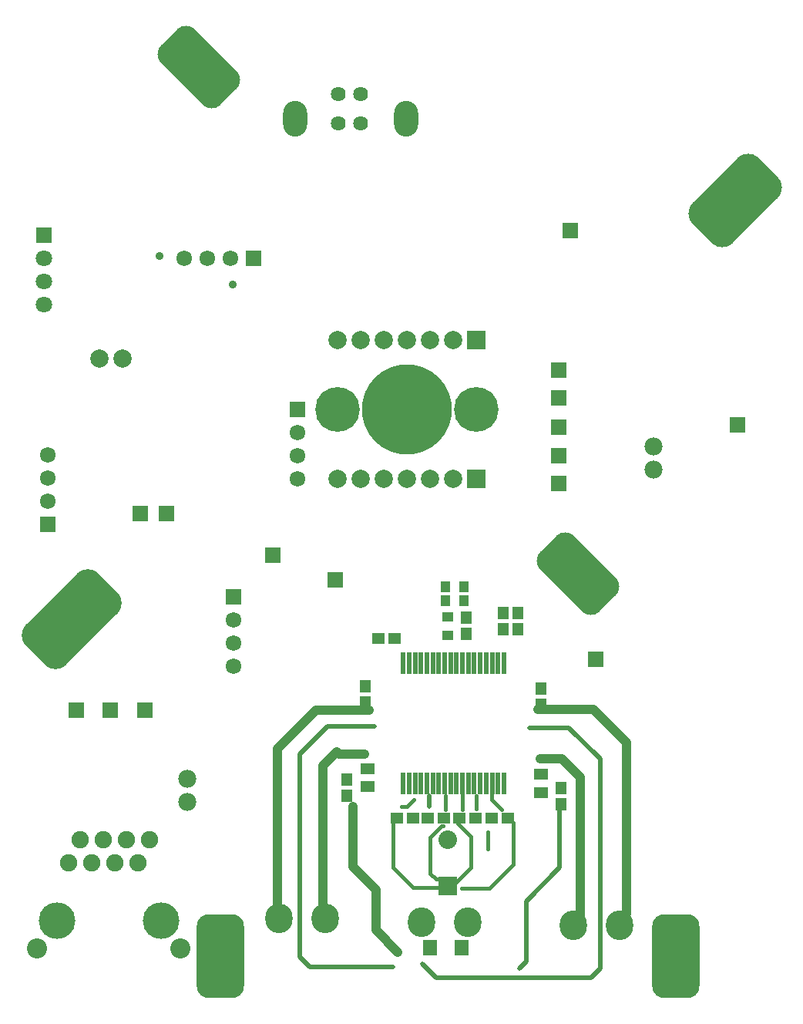
<source format=gbs>
G04*
G04 #@! TF.GenerationSoftware,Altium Limited,Altium Designer,20.0.13 (296)*
G04*
G04 Layer_Color=16711935*
%FSTAX24Y24*%
%MOIN*%
G70*
G01*
G75*
%ADD52R,0.0395X0.0513*%
%ADD57R,0.0552X0.0513*%
%ADD59R,0.0513X0.0395*%
%ADD72R,0.0513X0.0552*%
%ADD77R,0.0710X0.0710*%
%ADD78O,0.1180X0.1280*%
%ADD79C,0.0789*%
G04:AMPARAMS|DCode=80|XSize=362.3mil|YSize=204.9mil|CornerRadius=53.2mil|HoleSize=0mil|Usage=FLASHONLY|Rotation=135.000|XOffset=0mil|YOffset=0mil|HoleType=Round|Shape=RoundedRectangle|*
%AMROUNDEDRECTD80*
21,1,0.3623,0.0984,0,0,135.0*
21,1,0.2559,0.2049,0,0,135.0*
1,1,0.1064,-0.0557,0.1253*
1,1,0.1064,0.1253,-0.0557*
1,1,0.1064,0.0557,-0.1253*
1,1,0.1064,-0.1253,0.0557*
%
%ADD80ROUNDEDRECTD80*%
G04:AMPARAMS|DCode=81|XSize=401.7mil|YSize=244.2mil|CornerRadius=63.1mil|HoleSize=0mil|Usage=FLASHONLY|Rotation=225.000|XOffset=0mil|YOffset=0mil|HoleType=Round|Shape=RoundedRectangle|*
%AMROUNDEDRECTD81*
21,1,0.4017,0.1181,0,0,225.0*
21,1,0.2756,0.2442,0,0,225.0*
1,1,0.1261,-0.1392,-0.0557*
1,1,0.1261,0.0557,0.1392*
1,1,0.1261,0.1392,0.0557*
1,1,0.1261,-0.0557,-0.1392*
%
%ADD81ROUNDEDRECTD81*%
%ADD82C,0.3899*%
%ADD83C,0.1930*%
%ADD84R,0.0789X0.0789*%
%ADD85R,0.0710X0.0710*%
%ADD86C,0.0780*%
G04:AMPARAMS|DCode=87|XSize=441.1mil|YSize=244.2mil|CornerRadius=63.1mil|HoleSize=0mil|Usage=FLASHONLY|Rotation=225.000|XOffset=0mil|YOffset=0mil|HoleType=Round|Shape=RoundedRectangle|*
%AMROUNDEDRECTD87*
21,1,0.4411,0.1181,0,0,225.0*
21,1,0.3150,0.2442,0,0,225.0*
1,1,0.1261,-0.1531,-0.0696*
1,1,0.1261,0.0696,0.1531*
1,1,0.1261,0.1531,0.0696*
1,1,0.1261,-0.0696,-0.1531*
%
%ADD87ROUNDEDRECTD87*%
%ADD88C,0.0710*%
%ADD89R,0.0678X0.0678*%
%ADD90C,0.0678*%
%ADD91C,0.0749*%
%ADD92C,0.0867*%
%ADD93C,0.1580*%
%ADD94R,0.0800X0.0800*%
%ADD95C,0.0800*%
G04:AMPARAMS|DCode=96|XSize=362.3mil|YSize=204.9mil|CornerRadius=53.2mil|HoleSize=0mil|Usage=FLASHONLY|Rotation=90.000|XOffset=0mil|YOffset=0mil|HoleType=Round|Shape=RoundedRectangle|*
%AMROUNDEDRECTD96*
21,1,0.3623,0.0984,0,0,90.0*
21,1,0.2559,0.2049,0,0,90.0*
1,1,0.1064,0.0492,0.1280*
1,1,0.1064,0.0492,-0.1280*
1,1,0.1064,-0.0492,-0.1280*
1,1,0.1064,-0.0492,0.1280*
%
%ADD96ROUNDEDRECTD96*%
%ADD97C,0.0640*%
%ADD98O,0.1040X0.1540*%
%ADD99R,0.0678X0.0678*%
%ADD100C,0.0356*%
%ADD102C,0.0400*%
%ADD105C,0.0200*%
%ADD141C,0.0150*%
%ADD142R,0.0592X0.0671*%
%ADD143R,0.0592X0.0671*%
%ADD144R,0.0630X0.0513*%
%ADD145R,0.0249X0.0946*%
D52*
X02425Y0317D02*
D03*
X02505D02*
D03*
X02505Y0311D02*
D03*
X02425D02*
D03*
D57*
X02135Y02945D02*
D03*
X02205D02*
D03*
X02285Y0217D02*
D03*
X02215D02*
D03*
X02695D02*
D03*
X02625D02*
D03*
X02485D02*
D03*
X02555D02*
D03*
X0242D02*
D03*
X0235D02*
D03*
D59*
X02435Y0296D02*
D03*
Y0304D02*
D03*
D72*
X02515Y03035D02*
D03*
Y02965D02*
D03*
X02675Y02985D02*
D03*
Y03055D02*
D03*
X0274Y02985D02*
D03*
Y03055D02*
D03*
X02Y02335D02*
D03*
Y02265D02*
D03*
X02925Y022996D02*
D03*
Y022296D02*
D03*
X0208Y0267D02*
D03*
Y0274D02*
D03*
X0284Y0266D02*
D03*
Y0273D02*
D03*
D77*
X02965Y0471D02*
D03*
X0083Y02635D02*
D03*
X0195Y032D02*
D03*
X02915Y03615D02*
D03*
X01105Y03485D02*
D03*
X0122D02*
D03*
D78*
X0298Y01705D02*
D03*
X0318D02*
D03*
X01705Y01735D02*
D03*
X01905D02*
D03*
X025227Y017196D02*
D03*
X023227D02*
D03*
D79*
X0103Y04155D02*
D03*
X0093D02*
D03*
X0196Y03635D02*
D03*
X0206D02*
D03*
X0216D02*
D03*
X0226D02*
D03*
X0236D02*
D03*
X0246D02*
D03*
X0246Y04235D02*
D03*
X0236D02*
D03*
X0226D02*
D03*
X0216D02*
D03*
X0206D02*
D03*
X0196D02*
D03*
D80*
X0136Y05415D02*
D03*
X03Y03225D02*
D03*
D81*
X0368Y0484D02*
D03*
D82*
X0226Y03935D02*
D03*
D83*
X0196D02*
D03*
X0256D02*
D03*
D84*
Y03635D02*
D03*
Y04235D02*
D03*
D85*
X01125Y02635D02*
D03*
X00975D02*
D03*
X02915Y03985D02*
D03*
Y04105D02*
D03*
Y0386D02*
D03*
Y03735D02*
D03*
X0168Y03305D02*
D03*
X0069Y0469D02*
D03*
X030766Y028549D02*
D03*
X0369Y0387D02*
D03*
D86*
X0131Y0234D02*
D03*
X0131Y0224D02*
D03*
X03325Y03775D02*
D03*
X03325Y03675D02*
D03*
D87*
X0081Y0303D02*
D03*
D88*
X0069Y0439D02*
D03*
X0069Y0449D02*
D03*
Y0459D02*
D03*
D89*
X0151Y03125D02*
D03*
X01785Y03935D02*
D03*
X00705Y0344D02*
D03*
D90*
X0151Y03025D02*
D03*
Y02925D02*
D03*
Y02825D02*
D03*
X01495Y0459D02*
D03*
X01395D02*
D03*
X01295D02*
D03*
X01785Y03835D02*
D03*
Y03735D02*
D03*
Y03635D02*
D03*
X00705Y0354D02*
D03*
Y0364D02*
D03*
Y0374D02*
D03*
D91*
X01145Y02075D02*
D03*
X01045D02*
D03*
X00945D02*
D03*
X00845D02*
D03*
X01095Y01975D02*
D03*
X00995D02*
D03*
X00895D02*
D03*
X00795D02*
D03*
D92*
X0128Y016049D02*
D03*
X0066D02*
D03*
D93*
X00745Y01725D02*
D03*
X01195Y01725D02*
D03*
D94*
X02436Y01876D02*
D03*
D95*
X02435Y02075D02*
D03*
D96*
X034213Y01573D02*
D03*
X014528D02*
D03*
D97*
X01961Y053D02*
D03*
X0206Y053D02*
D03*
X01961Y05174D02*
D03*
X0206Y05173D02*
D03*
D98*
X01777Y051915D02*
D03*
X02257Y051915D02*
D03*
D99*
X01595Y0459D02*
D03*
D100*
X0119Y046D02*
D03*
X01505Y04475D02*
D03*
D102*
X02125Y01685D02*
X0222Y0159D01*
X02125Y01685D02*
Y0186D01*
X02025Y0196D02*
X02125Y0186D01*
X02025Y0196D02*
Y0222D01*
X02825Y0264D02*
X03065D01*
X0321Y02495D01*
Y01755D02*
Y02495D01*
X02835Y02425D02*
X0293D01*
X0301Y02345D01*
Y0175D02*
Y02345D01*
X01965Y02445D02*
X02075D01*
X01895Y02395D02*
X01955Y02455D01*
X01895Y0177D02*
Y02395D01*
X01865Y02635D02*
X02095D01*
X017Y0247D02*
X01865Y02635D01*
X017Y0218D02*
Y0247D01*
Y01755D02*
Y0218D01*
D105*
X023561Y022211D02*
Y022656D01*
X02745Y0152D02*
X02775Y0155D01*
Y0181D01*
X0292Y01955D01*
Y02205D01*
X02325Y0154D02*
X02385Y0148D01*
X03055D01*
X03095Y0152D01*
Y02425D01*
X0296Y0256D02*
X03095Y02425D01*
X0279Y0256D02*
X0296D01*
X0184Y01525D02*
X022D01*
X01795Y0157D02*
X0184Y01525D01*
X01795Y0157D02*
Y02445D01*
X01915Y02565D01*
X0212D01*
D141*
X0261Y02035D02*
Y0211D01*
X02495Y01865D02*
X02615D01*
X0272Y0197D01*
Y0215D01*
X02285Y0187D02*
X02415D01*
X022Y01955D02*
X02285Y0187D01*
X022Y01955D02*
Y0215D01*
X0247Y0189D02*
X02535Y01955D01*
Y0209D01*
X0248Y02145D02*
X02535Y0209D01*
X0248Y02145D02*
Y02155D01*
X02385Y01905D02*
X024D01*
X0236Y0193D02*
X02385Y01905D01*
X0236Y0193D02*
Y01935D01*
Y02085D01*
X0241Y02135D01*
X02415D01*
X02625Y0225D02*
X0267Y02205D01*
X02625Y0225D02*
Y02285D01*
X02235Y0222D02*
X0226D01*
X0229Y0225D01*
X0256Y0221D02*
Y02265D01*
X025Y02205D02*
Y0227D01*
X02425Y02205D02*
Y02265D01*
D142*
X02495Y0161D02*
D03*
D143*
X0236D02*
D03*
D144*
X0284Y023594D02*
D03*
Y022806D02*
D03*
X0209Y023844D02*
D03*
Y023056D02*
D03*
D145*
X026785Y0232D02*
D03*
X02653D02*
D03*
X026274D02*
D03*
X026018D02*
D03*
X025762D02*
D03*
X025506D02*
D03*
X02525D02*
D03*
X024994D02*
D03*
X024738D02*
D03*
X024482D02*
D03*
X024226D02*
D03*
X02397D02*
D03*
X023715D02*
D03*
X023459D02*
D03*
X022435D02*
D03*
X022947D02*
D03*
X022691D02*
D03*
X023203D02*
D03*
Y0284D02*
D03*
X022691D02*
D03*
X022947D02*
D03*
X022435D02*
D03*
X023459D02*
D03*
X023715D02*
D03*
X02397D02*
D03*
X024226D02*
D03*
X024482D02*
D03*
X024738D02*
D03*
X024994D02*
D03*
X02525D02*
D03*
X025506D02*
D03*
X025762D02*
D03*
X026018D02*
D03*
X026274D02*
D03*
X02653D02*
D03*
X026785D02*
D03*
M02*

</source>
